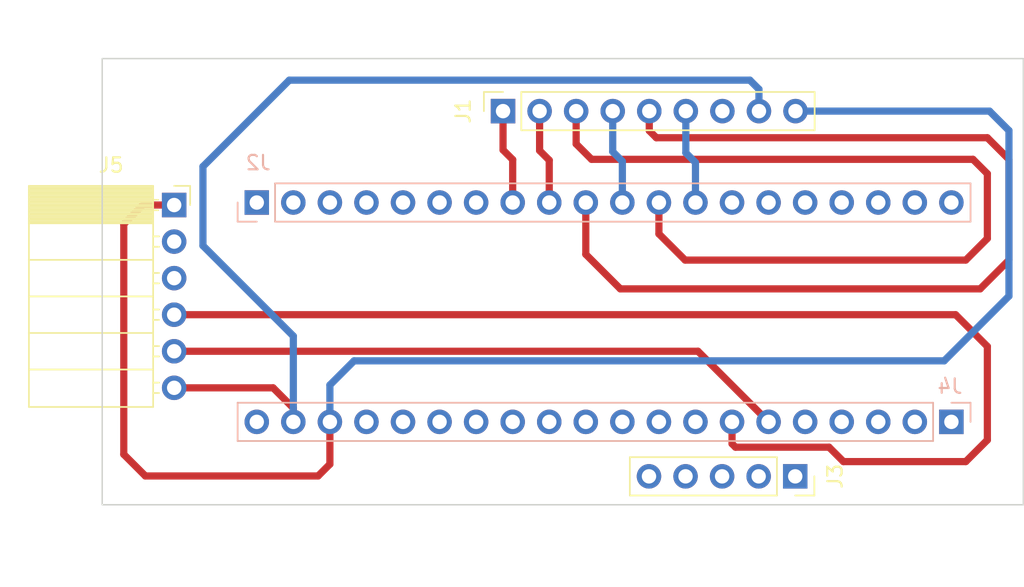
<source format=kicad_pcb>
(kicad_pcb (version 20211014) (generator pcbnew)
  (layers (0 "F.Cu" signal) (31 "B.Cu" signal) (34 "B.Paste" user) (35 "F.Paste" user) (36 "B.SilkS" user "B.Silkscreen") (37 "F.SilkS" user "F.Silkscreen") (38 "B.Mask" user) (39 "F.Mask" user) (44 "Edge.Cuts" user))
  (net 0 "")
  (net 1 "RFM9x RST")
  (net 2 "NSS")
  (net 3 "MOSI")
  (net 4 "MISO")
  (net 5 "SCK")
  (net 6 "G0")
  (net 8 "GND")
  (net 9 "+5V")
  (net 32 "RX")
  (net 33 "TX")
  (footprint "Connector_PinSocket_2.54mm:PinSocket_1x09_P2.54mm_Vertical" (layer "F.Cu") (at 136.35 69.15 90)
    (fp_text reference "J1" (at 0 -2.77 90) (layer "F.SilkS"))
    (fp_text value "Conn_01x09_Female")
    (fp_line (start -1.33 1.27) (end 1.33 1.27) (layer "F.SilkS") (width 0.12))
    (fp_line (start 1.33 1.27) (end 1.33 21.65) (layer "F.SilkS") (width 0.12))
    (fp_line (start -1.33 21.65) (end 1.33 21.65) (layer "F.SilkS") (width 0.12))
    (fp_line (start 1.33 -1.33) (end 1.33 0) (layer "F.SilkS") (width 0.12))
    (fp_line (start -1.33 1.27) (end -1.33 21.65) (layer "F.SilkS") (width 0.12))
    (fp_line (start 0 -1.33) (end 1.33 -1.33) (layer "F.SilkS") (width 0.12))
    (pad "1" thru_hole rect locked (at 0 0 90) (size 1.7 1.7) (drill 1) (layers *.Cu *.Mask) (net 1 "RFM9x RST"))
    (pad "2" thru_hole oval locked (at 0 2.54 90) (size 1.7 1.7) (drill 1) (layers *.Cu *.Mask) (net 2 "NSS"))
    (pad "3" thru_hole oval locked (at 0 5.08 90) (size 1.7 1.7) (drill 1) (layers *.Cu *.Mask) (net 3 "MOSI"))
    (pad "4" thru_hole oval locked (at 0 7.62 90) (size 1.7 1.7) (drill 1) (layers *.Cu *.Mask) (net 4 "MISO"))
    (pad "5" thru_hole oval locked (at 0 10.16 90) (size 1.7 1.7) (drill 1) (layers *.Cu *.Mask) (net 5 "SCK"))
    (pad "6" thru_hole oval locked (at 0 12.7 90) (size 1.7 1.7) (drill 1) (layers *.Cu *.Mask) (net 6 "G0"))
    (pad "7" thru_hole oval locked (at 0 15.24 90) (size 1.7 1.7) (drill 1) (layers *.Cu *.Mask))
    (pad "8" thru_hole oval locked (at 0 17.78 90) (size 1.7 1.7) (drill 1) (layers *.Cu *.Mask) (net 8 "GND"))
    (pad "9" thru_hole oval locked (at 0 20.32 90) (size 1.7 1.7) (drill 1) (layers *.Cu *.Mask) (net 9 "+5V"))
  )
  (footprint "Connector_PinSocket_2.54mm:PinSocket_1x06_P2.54mm_Horizontal" (layer "F.Cu") (at 113.5 75.675)
    (fp_text reference "J5" (at -4.38 -2.77) (layer "F.SilkS"))
    (fp_text value "Conn_01x06_Female")
    (fp_line (start -10.09 0.089045) (end -1.46 0.089045) (layer "F.SilkS") (width 0.12))
    (fp_line (start -10.09 6.35) (end -1.46 6.35) (layer "F.SilkS") (width 0.12))
    (fp_line (start -10.09 0.67952) (end -1.46 0.67952) (layer "F.SilkS") (width 0.12))
    (fp_line (start -10.09 1.033805) (end -1.46 1.033805) (layer "F.SilkS") (width 0.12))
    (fp_line (start -1.46 12.34) (end -1.05 12.34) (layer "F.SilkS") (width 0.12))
    (fp_line (start -10.09 14.03) (end -1.46 14.03) (layer "F.SilkS") (width 0.12))
    (fp_line (start -1.46 4.72) (end -1.05 4.72) (layer "F.SilkS") (width 0.12))
    (fp_line (start -10.09 0.325235) (end -1.46 0.325235) (layer "F.SilkS") (width 0.12))
    (fp_line (start -1.46 2.9) (end -1.05 2.9) (layer "F.SilkS") (width 0.12))
    (fp_line (start -1.46 7.98) (end -1.05 7.98) (layer "F.SilkS") (width 0.12))
    (fp_line (start -10.09 11.43) (end -1.46 11.43) (layer "F.SilkS") (width 0.12))
    (fp_line (start -10.09 -0.50143) (end -1.46 -0.50143) (layer "F.SilkS") (width 0.12))
    (fp_line (start -1.46 13.06) (end -1.05 13.06) (layer "F.SilkS") (width 0.12))
    (fp_line (start 1.11 -1.33) (end 1.11 0) (layer "F.SilkS") (width 0.12))
    (fp_line (start -1.46 -0.36) (end -1.11 -0.36) (layer "F.SilkS") (width 0.12))
    (fp_line (start -10.09 8.89) (end -1.46 8.89) (layer "F.SilkS") (width 0.12))
    (fp_line (start -10.09 -1.33) (end -1.46 -1.33) (layer "F.SilkS") (width 0.12))
    (fp_line (start -1.46 10.52) (end -1.05 10.52) (layer "F.SilkS") (width 0.12))
    (fp_line (start -10.09 -0.73762) (end -1.46 -0.73762) (layer "F.SilkS") (width 0.12))
    (fp_line (start -1.46 7.26) (end -1.05 7.26) (layer "F.SilkS") (width 0.12))
    (fp_line (start -10.09 0.797615) (end -1.46 0.797615) (layer "F.SilkS") (width 0.12))
    (fp_line (start -10.09 -0.383335) (end -1.46 -0.383335) (layer "F.SilkS") (width 0.12))
    (fp_line (start -10.09 3.81) (end -1.46 3.81) (layer "F.SilkS") (width 0.12))
    (fp_line (start -1.46 2.18) (end -1.05 2.18) (layer "F.SilkS") (width 0.12))
    (fp_line (start -10.09 -0.02905) (end -1.46 -0.02905) (layer "F.SilkS") (width 0.12))
    (fp_line (start -10.09 1.27) (end -1.46 1.27) (layer "F.SilkS") (width 0.12))
    (fp_line (start -10.09 -0.619525) (end -1.46 -0.619525) (layer "F.SilkS") (width 0.12))
    (fp_line (start -1.46 -1.33) (end -1.46 14.03) (layer "F.SilkS") (width 0.12))
    (fp_line (start -10.09 -1.091905) (end -1.46 -1.091905) (layer "F.SilkS") (width 0.12))
    (fp_line (start -10.09 0.561425) (end -1.46 0.561425) (layer "F.SilkS") (width 0.12))
    (fp_line (start -10.09 0.91571) (end -1.46 0.91571) (layer "F.SilkS") (width 0.12))
    (fp_line (start -10.09 -1.21) (end -1.46 -1.21) (layer "F.SilkS") (width 0.12))
    (fp_line (start -1.46 5.44) (end -1.05 5.44) (layer "F.SilkS") (width 0.12))
    (fp_line (start -10.09 -1.33) (end -10.09 14.03) (layer "F.SilkS") (width 0.12))
    (fp_line (start -10.09 1.1519) (end -1.46 1.1519) (layer "F.SilkS") (width 0.12))
    (fp_line (start -10.09 -0.855715) (end -1.46 -0.855715) (layer "F.SilkS") (width 0.12))
    (fp_line (start -10.09 0.44333) (end -1.46 0.44333) (layer "F.SilkS") (width 0.12))
    (fp_line (start -1.46 0.36) (end -1.11 0.36) (layer "F.SilkS") (width 0.12))
    (fp_line (start -10.09 0.20714) (end -1.46 0.20714) (layer "F.SilkS") (width 0.12))
    (fp_line (start -10.09 -0.147145) (end -1.46 -0.147145) (layer "F.SilkS") (width 0.12))
    (fp_line (start 0 -1.33) (end 1.11 -1.33) (layer "F.SilkS") (width 0.12))
    (fp_line (start -10.09 -0.26524) (end -1.46 -0.26524) (layer "F.SilkS") (width 0.12))
    (fp_line (start -10.09 -0.97381) (end -1.46 -0.97381) (layer "F.SilkS") (width 0.12))
    (fp_line (start -1.46 9.8) (end -1.05 9.8) (layer "F.SilkS") (width 0.12))
    (pad "1" thru_hole rect locked (at 0 0) (size 1.7 1.7) (drill 1) (layers *.Cu *.Mask) (net 9 "+5V"))
    (pad "2" thru_hole oval locked (at 0 2.54) (size 1.7 1.7) (drill 1) (layers *.Cu *.Mask))
    (pad "3" thru_hole oval locked (at 0 5.08) (size 1.7 1.7) (drill 1) (layers *.Cu *.Mask))
    (pad "4" thru_hole oval locked (at 0 7.62) (size 1.7 1.7) (drill 1) (layers *.Cu *.Mask) (net 33 "TX"))
    (pad "5" thru_hole oval locked (at 0 10.16) (size 1.7 1.7) (drill 1) (layers *.Cu *.Mask) (net 32 "RX"))
    (pad "6" thru_hole oval locked (at 0 12.7) (size 1.7 1.7) (drill 1) (layers *.Cu *.Mask) (net 8 "GND"))
  )
  (footprint "Connector_PinSocket_2.54mm:PinSocket_1x05_P2.54mm_Vertical" (layer "F.Cu") (at 156.65 94.525 -90)
    (fp_text reference "J3" (at 0 -2.77 90) (layer "F.SilkS"))
    (fp_text value "Conn_01x05_Female")
    (fp_line (start -1.33 11.49) (end 1.33 11.49) (layer "F.SilkS") (width 0.12))
    (fp_line (start 0 -1.33) (end 1.33 -1.33) (layer "F.SilkS") (width 0.12))
    (fp_line (start 1.33 -1.33) (end 1.33 0) (layer "F.SilkS") (width 0.12))
    (fp_line (start -1.33 1.27) (end 1.33 1.27) (layer "F.SilkS") (width 0.12))
    (fp_line (start 1.33 1.27) (end 1.33 11.49) (layer "F.SilkS") (width 0.12))
    (fp_line (start -1.33 1.27) (end -1.33 11.49) (layer "F.SilkS") (width 0.12))
    (pad "1" thru_hole rect locked (at 0 0 270) (size 1.7 1.7) (drill 1) (layers *.Cu *.Mask))
    (pad "2" thru_hole oval locked (at 0 2.54 270) (size 1.7 1.7) (drill 1) (layers *.Cu *.Mask))
    (pad "3" thru_hole oval locked (at 0 5.08 270) (size 1.7 1.7) (drill 1) (layers *.Cu *.Mask))
    (pad "4" thru_hole oval locked (at 0 7.62 270) (size 1.7 1.7) (drill 1) (layers *.Cu *.Mask))
    (pad "5" thru_hole oval locked (at 0 10.16 270) (size 1.7 1.7) (drill 1) (layers *.Cu *.Mask))
  )
  (footprint "Connector_PinSocket_2.54mm:PinSocket_1x20_P2.54mm_Vertical" (layer "B.Cu") (at 167.5 90.74 90)
    (fp_text reference "J4" (at 2.475 -0.1) (layer "B.SilkS") (effects (justify mirror)))
    (fp_text value "Conn_01x20_Female")
    (fp_line (start 1.33 1.33) (end 1.33 0) (layer "B.SilkS") (width 0.12))
    (fp_line (start -1.33 -1.27) (end 1.33 -1.27) (layer "B.SilkS") (width 0.12))
    (fp_line (start 0 1.33) (end 1.33 1.33) (layer "B.SilkS") (width 0.12))
    (fp_line (start -1.33 -1.27) (end -1.33 -49.59) (layer "B.SilkS") (width 0.12))
    (fp_line (start 1.33 -1.27) (end 1.33 -49.59) (layer "B.SilkS") (width 0.12))
    (fp_line (start -1.33 -49.59) (end 1.33 -49.59) (layer "B.SilkS") (width 0.12))
    (pad "1" thru_hole rect locked (at 0 0 90) (size 1.7 1.7) (drill 1) (layers *.Cu *.Mask))
    (pad "2" thru_hole oval locked (at 0 -2.54 90) (size 1.7 1.7) (drill 1) (layers *.Cu *.Mask))
    (pad "3" thru_hole oval locked (at 0 -5.08 90) (size 1.7 1.7) (drill 1) (layers *.Cu *.Mask))
    (pad "4" thru_hole oval locked (at 0 -7.62 90) (size 1.7 1.7) (drill 1) (layers *.Cu *.Mask))
    (pad "5" thru_hole oval locked (at 0 -10.16 90) (size 1.7 1.7) (drill 1) (layers *.Cu *.Mask))
    (pad "6" thru_hole oval locked (at 0 -12.7 90) (size 1.7 1.7) (drill 1) (layers *.Cu *.Mask) (net 32 "RX"))
    (pad "7" thru_hole oval locked (at 0 -15.24 90) (size 1.7 1.7) (drill 1) (layers *.Cu *.Mask) (net 33 "TX"))
    (pad "8" thru_hole oval locked (at 0 -17.78 90) (size 1.7 1.7) (drill 1) (layers *.Cu *.Mask))
    (pad "9" thru_hole oval locked (at 0 -20.32 90) (size 1.7 1.7) (drill 1) (layers *.Cu *.Mask))
    (pad "10" thru_hole oval locked (at 0 -22.86 90) (size 1.7 1.7) (drill 1) (layers *.Cu *.Mask))
    (pad "11" thru_hole oval locked (at 0 -25.4 90) (size 1.7 1.7) (drill 1) (layers *.Cu *.Mask))
    (pad "12" thru_hole oval locked (at 0 -27.94 90) (size 1.7 1.7) (drill 1) (layers *.Cu *.Mask))
    (pad "13" thru_hole oval locked (at 0 -30.48 90) (size 1.7 1.7) (drill 1) (layers *.Cu *.Mask))
    (pad "14" thru_hole oval locked (at 0 -33.02 90) (size 1.7 1.7) (drill 1) (layers *.Cu *.Mask))
    (pad "15" thru_hole oval locked (at 0 -35.56 90) (size 1.7 1.7) (drill 1) (layers *.Cu *.Mask))
    (pad "16" thru_hole oval locked (at 0 -38.1 90) (size 1.7 1.7) (drill 1) (layers *.Cu *.Mask))
    (pad "17" thru_hole oval locked (at 0 -40.64 90) (size 1.7 1.7) (drill 1) (layers *.Cu *.Mask))
    (pad "18" thru_hole oval locked (at 0 -43.18 90) (size 1.7 1.7) (drill 1) (layers *.Cu *.Mask) (net 9 "+5V"))
    (pad "19" thru_hole oval locked (at 0 -45.72 90) (size 1.7 1.7) (drill 1) (layers *.Cu *.Mask) (net 8 "GND"))
    (pad "20" thru_hole oval locked (at 0 -48.26 90) (size 1.7 1.7) (drill 1) (layers *.Cu *.Mask))
  )
  (footprint "Connector_PinSocket_2.54mm:PinSocket_1x20_P2.54mm_Vertical" (layer "B.Cu") (at 119.24 75.5 -90)
    (fp_text reference "J2" (at -2.765 -0.1) (layer "B.SilkS") (effects (justify mirror)))
    (fp_text value "Conn_01x20_Female")
    (fp_line (start 0 1.33) (end 1.33 1.33) (layer "B.SilkS") (width 0.12))
    (fp_line (start 1.33 -1.27) (end 1.33 -49.59) (layer "B.SilkS") (width 0.12))
    (fp_line (start 1.33 1.33) (end 1.33 0) (layer "B.SilkS") (width 0.12))
    (fp_line (start -1.33 -1.27) (end -1.33 -49.59) (layer "B.SilkS") (width 0.12))
    (fp_line (start -1.33 -49.59) (end 1.33 -49.59) (layer "B.SilkS") (width 0.12))
    (fp_line (start -1.33 -1.27) (end 1.33 -1.27) (layer "B.SilkS") (width 0.12))
    (pad "1" thru_hole rect locked (at 0 0 270) (size 1.7 1.7) (drill 1) (layers *.Cu *.Mask))
    (pad "2" thru_hole oval locked (at 0 -2.54 270) (size 1.7 1.7) (drill 1) (layers *.Cu *.Mask))
    (pad "3" thru_hole oval locked (at 0 -5.08 270) (size 1.7 1.7) (drill 1) (layers *.Cu *.Mask))
    (pad "4" thru_hole oval locked (at 0 -7.62 270) (size 1.7 1.7) (drill 1) (layers *.Cu *.Mask))
    (pad "5" thru_hole oval locked (at 0 -10.16 270) (size 1.7 1.7) (drill 1) (layers *.Cu *.Mask))
    (pad "6" thru_hole oval locked (at 0 -12.7 270) (size 1.7 1.7) (drill 1) (layers *.Cu *.Mask))
    (pad "7" thru_hole oval locked (at 0 -15.24 270) (size 1.7 1.7) (drill 1) (layers *.Cu *.Mask))
    (pad "8" thru_hole oval locked (at 0 -17.78 270) (size 1.7 1.7) (drill 1) (layers *.Cu *.Mask) (net 1 "RFM9x RST"))
    (pad "9" thru_hole oval locked (at 0 -20.32 270) (size 1.7 1.7) (drill 1) (layers *.Cu *.Mask) (net 2 "NSS"))
    (pad "10" thru_hole oval locked (at 0 -22.86 270) (size 1.7 1.7) (drill 1) (layers *.Cu *.Mask) (net 5 "SCK"))
    (pad "11" thru_hole oval locked (at 0 -25.4 270) (size 1.7 1.7) (drill 1) (layers *.Cu *.Mask) (net 4 "MISO"))
    (pad "12" thru_hole oval locked (at 0 -27.94 270) (size 1.7 1.7) (drill 1) (layers *.Cu *.Mask) (net 3 "MOSI"))
    (pad "13" thru_hole oval locked (at 0 -30.48 270) (size 1.7 1.7) (drill 1) (layers *.Cu *.Mask) (net 6 "G0"))
    (pad "14" thru_hole oval locked (at 0 -33.02 270) (size 1.7 1.7) (drill 1) (layers *.Cu *.Mask))
    (pad "15" thru_hole oval locked (at 0 -35.56 270) (size 1.7 1.7) (drill 1) (layers *.Cu *.Mask))
    (pad "16" thru_hole oval locked (at 0 -38.1 270) (size 1.7 1.7) (drill 1) (layers *.Cu *.Mask))
    (pad "17" thru_hole oval locked (at 0 -40.64 270) (size 1.7 1.7) (drill 1) (layers *.Cu *.Mask))
    (pad "18" thru_hole oval locked (at 0 -43.18 270) (size 1.7 1.7) (drill 1) (layers *.Cu *.Mask))
    (pad "19" thru_hole oval locked (at 0 -45.72 270) (size 1.7 1.7) (drill 1) (layers *.Cu *.Mask))
    (pad "20" thru_hole oval locked (at 0 -48.26 270) (size 1.7 1.7) (drill 1) (layers *.Cu *.Mask))
  )
  (gr_rect (start 108.5 65.5) (end 172.5 96.5) (layer "Edge.Cuts") (width 0.1) (fill none))
  (segment (start 136.35 71.85) (end 137.02 72.52) (width 0.5) (layer "F.Cu") (net 1))
  (segment (start 136.35 69.15) (end 136.35 71.85) (width 0.5) (layer "F.Cu") (net 1))
  (segment (start 137.02 72.52) (end 137.02 75.5) (width 0.5) (layer "F.Cu") (net 1))
  (segment (start 138.89 71.89) (end 139.56 72.56) (width 0.5) (layer "F.Cu") (net 2))
  (segment (start 138.89 69.15) (end 138.89 71.89) (width 0.5) (layer "F.Cu") (net 2))
  (segment (start 139.56 72.56) (end 139.56 75.5) (width 0.5) (layer "F.Cu") (net 2))
  (segment (start 141.43 71.43) (end 141.43 69.15) (width 0.5) (layer "F.Cu") (net 3))
  (segment (start 170 78) (end 168.5 79.5) (width 0.5) (layer "F.Cu") (net 3))
  (segment (start 170 73.5) (end 170 78) (width 0.5) (layer "F.Cu") (net 3))
  (segment (start 142.5 72.5) (end 169 72.5) (width 0.5) (layer "F.Cu") (net 3))
  (segment (start 169 72.5) (end 170 73.5) (width 0.5) (layer "F.Cu") (net 3))
  (segment (start 149 79.5) (end 147.18 77.68) (width 0.5) (layer "F.Cu") (net 3))
  (segment (start 168.5 79.5) (end 149 79.5) (width 0.5) (layer "F.Cu") (net 3))
  (segment (start 147.18 77.68) (end 147.18 75.5) (width 0.5) (layer "F.Cu") (net 3))
  (segment (start 141.43 71.43) (end 142.5 72.5) (width 0.5) (layer "F.Cu") (net 3))
  (segment (start 143.97 71.97) (end 144.64 72.64) (width 0.5) (layer "B.Cu") (net 4))
  (segment (start 143.97 69.15) (end 143.97 71.97) (width 0.5) (layer "B.Cu") (net 4))
  (segment (start 144.64 72.64) (end 144.64 75.5) (width 0.5) (layer "B.Cu") (net 4))
  (segment (start 170 71) (end 171.5 72.5) (width 0.5) (layer "F.Cu") (net 5))
  (segment (start 169.5 81.5) (end 144.5 81.5) (width 0.5) (layer "F.Cu") (net 5))
  (segment (start 147 71) (end 170 71) (width 0.5) (layer "F.Cu") (net 5))
  (segment (start 146.51 69.15) (end 146.51 70.51) (width 0.5) (layer "F.Cu") (net 5))
  (segment (start 142.1 79.1) (end 142.1 75.5) (width 0.5) (layer "F.Cu") (net 5))
  (segment (start 144.5 81.5) (end 142.1 79.1) (width 0.5) (layer "F.Cu") (net 5))
  (segment (start 146.51 70.51) (end 147 71) (width 0.5) (layer "F.Cu") (net 5))
  (segment (start 171.5 72.5) (end 171.5 79.5) (width 0.5) (layer "F.Cu") (net 5))
  (segment (start 171.5 79.5) (end 169.5 81.5) (width 0.5) (layer "F.Cu") (net 5))
  (segment (start 149.05 72.05) (end 149.72 72.72) (width 0.5) (layer "B.Cu") (net 6))
  (segment (start 149.05 69.15) (end 149.05 72.05) (width 0.5) (layer "B.Cu") (net 6))
  (segment (start 149.72 72.72) (end 149.72 75.5) (width 0.5) (layer "B.Cu") (net 6))
  (segment (start 113.5 88.375) (end 120.375 88.375) (width 0.5) (layer "F.Cu") (net 8))
  (segment (start 120.375 88.375) (end 121.78 89.78) (width 0.5) (layer "F.Cu") (net 8))
  (segment (start 121.78 89.78) (end 121.78 90.74) (width 0.5) (layer "F.Cu") (net 8))
  (segment (start 121.5 67) (end 153.5 67) (width 0.5) (layer "B.Cu") (net 8))
  (segment (start 121.78 84.78) (end 115.5 78.5) (width 0.5) (layer "B.Cu") (net 8))
  (segment (start 154.13 67.63) (end 154.13 69.15) (width 0.5) (layer "B.Cu") (net 8))
  (segment (start 115.5 78.5) (end 115.5 73) (width 0.5) (layer "B.Cu") (net 8))
  (segment (start 153.5 67) (end 154.13 67.63) (width 0.5) (layer "B.Cu") (net 8))
  (segment (start 121.78 90.74) (end 121.78 84.78) (width 0.5) (layer "B.Cu") (net 8))
  (segment (start 115.5 73) (end 121.5 67) (width 0.5) (layer "B.Cu") (net 8))
  (segment (start 110 93) (end 110 77) (width 0.5) (layer "F.Cu") (net 9))
  (segment (start 123.5 94.5) (end 111.5 94.5) (width 0.5) (layer "F.Cu") (net 9))
  (segment (start 111.325 75.675) (end 113.5 75.675) (width 0.5) (layer "F.Cu") (net 9))
  (segment (start 124.32 93.68) (end 123.5 94.5) (width 0.5) (layer "F.Cu") (net 9))
  (segment (start 110 77) (end 111.325 75.675) (width 0.5) (layer "F.Cu") (net 9))
  (segment (start 124.32 90.74) (end 124.32 93.68) (width 0.5) (layer "F.Cu") (net 9))
  (segment (start 111.5 94.5) (end 110 93) (width 0.5) (layer "F.Cu") (net 9))
  (segment (start 126 86.5) (end 124.32 88.18) (width 0.5) (layer "B.Cu") (net 9))
  (segment (start 156.67 69.15) (end 170.15 69.15) (width 0.5) (layer "B.Cu") (net 9))
  (segment (start 124.32 88.18) (end 124.32 90.74) (width 0.5) (layer "B.Cu") (net 9))
  (segment (start 171.5 70.5) (end 171.5 82) (width 0.5) (layer "B.Cu") (net 9))
  (segment (start 170.15 69.15) (end 171.5 70.5) (width 0.5) (layer "B.Cu") (net 9))
  (segment (start 171.5 82) (end 167 86.5) (width 0.5) (layer "B.Cu") (net 9))
  (segment (start 167 86.5) (end 126 86.5) (width 0.5) (layer "B.Cu") (net 9))
  (segment (start 149.895 85.835) (end 154.8 90.74) (width 0.5) (layer "F.Cu") (net 32))
  (segment (start 113.5 85.835) (end 149.895 85.835) (width 0.5) (layer "F.Cu") (net 32))
  (segment (start 168.5 93.5) (end 160 93.5) (width 0.5) (layer "F.Cu") (net 33))
  (segment (start 170 85.5) (end 170 92) (width 0.5) (layer "F.Cu") (net 33))
  (segment (start 159 92.5) (end 152.5 92.5) (width 0.5) (layer "F.Cu") (net 33))
  (segment (start 160 93.5) (end 159 92.5) (width 0.5) (layer "F.Cu") (net 33))
  (segment (start 152.5 92.5) (end 152.26 92.26) (width 0.5) (layer "F.Cu") (net 33))
  (segment (start 167.795 83.295) (end 170 85.5) (width 0.5) (layer "F.Cu") (net 33))
  (segment (start 113.5 83.295) (end 167.795 83.295) (width 0.5) (layer "F.Cu") (net 33))
  (segment (start 170 92) (end 168.5 93.5) (width 0.5) (layer "F.Cu") (net 33))
  (segment (start 152.26 92.26) (end 152.26 90.74) (width 0.5) (layer "F.Cu") (net 33))
)
</source>
